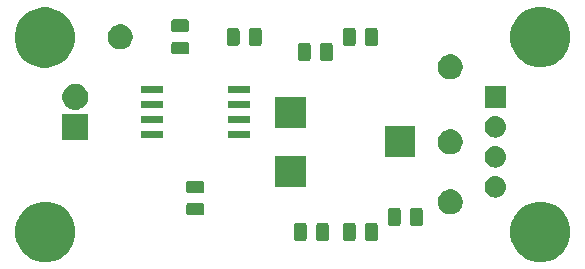
<source format=gbr>
G04 #@! TF.GenerationSoftware,KiCad,Pcbnew,(5.1.4)-1*
G04 #@! TF.CreationDate,2020-01-22T19:26:31-05:00*
G04 #@! TF.ProjectId,UniversalLM393,556e6976-6572-4736-916c-4c4d3339332e,rev?*
G04 #@! TF.SameCoordinates,Original*
G04 #@! TF.FileFunction,Soldermask,Top*
G04 #@! TF.FilePolarity,Negative*
%FSLAX46Y46*%
G04 Gerber Fmt 4.6, Leading zero omitted, Abs format (unit mm)*
G04 Created by KiCad (PCBNEW (5.1.4)-1) date 2020-01-22 19:26:31*
%MOMM*%
%LPD*%
G04 APERTURE LIST*
%ADD10C,0.100000*%
G04 APERTURE END LIST*
D10*
G36*
X172194098Y-100417033D02*
G01*
X172658350Y-100609332D01*
X172658352Y-100609333D01*
X173076168Y-100888509D01*
X173431491Y-101243832D01*
X173581493Y-101468326D01*
X173710668Y-101661650D01*
X173902967Y-102125902D01*
X174001000Y-102618747D01*
X174001000Y-103121253D01*
X173902967Y-103614098D01*
X173781093Y-103908329D01*
X173710667Y-104078352D01*
X173431491Y-104496168D01*
X173076168Y-104851491D01*
X172658352Y-105130667D01*
X172658351Y-105130668D01*
X172658350Y-105130668D01*
X172194098Y-105322967D01*
X171701253Y-105421000D01*
X171198747Y-105421000D01*
X170705902Y-105322967D01*
X170241650Y-105130668D01*
X170241649Y-105130668D01*
X170241648Y-105130667D01*
X169823832Y-104851491D01*
X169468509Y-104496168D01*
X169189333Y-104078352D01*
X169118907Y-103908329D01*
X168997033Y-103614098D01*
X168899000Y-103121253D01*
X168899000Y-102618747D01*
X168997033Y-102125902D01*
X169189332Y-101661650D01*
X169318507Y-101468326D01*
X169468509Y-101243832D01*
X169823832Y-100888509D01*
X170241648Y-100609333D01*
X170241650Y-100609332D01*
X170705902Y-100417033D01*
X171198747Y-100319000D01*
X171701253Y-100319000D01*
X172194098Y-100417033D01*
X172194098Y-100417033D01*
G37*
G36*
X130284098Y-100417033D02*
G01*
X130748350Y-100609332D01*
X130748352Y-100609333D01*
X131166168Y-100888509D01*
X131521491Y-101243832D01*
X131671493Y-101468326D01*
X131800668Y-101661650D01*
X131992967Y-102125902D01*
X132091000Y-102618747D01*
X132091000Y-103121253D01*
X131992967Y-103614098D01*
X131871093Y-103908329D01*
X131800667Y-104078352D01*
X131521491Y-104496168D01*
X131166168Y-104851491D01*
X130748352Y-105130667D01*
X130748351Y-105130668D01*
X130748350Y-105130668D01*
X130284098Y-105322967D01*
X129791253Y-105421000D01*
X129288747Y-105421000D01*
X128795902Y-105322967D01*
X128331650Y-105130668D01*
X128331649Y-105130668D01*
X128331648Y-105130667D01*
X127913832Y-104851491D01*
X127558509Y-104496168D01*
X127279333Y-104078352D01*
X127208907Y-103908329D01*
X127087033Y-103614098D01*
X126989000Y-103121253D01*
X126989000Y-102618747D01*
X127087033Y-102125902D01*
X127279332Y-101661650D01*
X127408507Y-101468326D01*
X127558509Y-101243832D01*
X127913832Y-100888509D01*
X128331648Y-100609333D01*
X128331650Y-100609332D01*
X128795902Y-100417033D01*
X129288747Y-100319000D01*
X129791253Y-100319000D01*
X130284098Y-100417033D01*
X130284098Y-100417033D01*
G37*
G36*
X153376968Y-102123565D02*
G01*
X153415638Y-102135296D01*
X153451277Y-102154346D01*
X153482517Y-102179983D01*
X153508154Y-102211223D01*
X153527204Y-102246862D01*
X153538935Y-102285532D01*
X153543500Y-102331888D01*
X153543500Y-103408112D01*
X153538935Y-103454468D01*
X153527204Y-103493138D01*
X153508154Y-103528777D01*
X153482517Y-103560017D01*
X153451277Y-103585654D01*
X153415638Y-103604704D01*
X153376968Y-103616435D01*
X153330612Y-103621000D01*
X152679388Y-103621000D01*
X152633032Y-103616435D01*
X152594362Y-103604704D01*
X152558723Y-103585654D01*
X152527483Y-103560017D01*
X152501846Y-103528777D01*
X152482796Y-103493138D01*
X152471065Y-103454468D01*
X152466500Y-103408112D01*
X152466500Y-102331888D01*
X152471065Y-102285532D01*
X152482796Y-102246862D01*
X152501846Y-102211223D01*
X152527483Y-102179983D01*
X152558723Y-102154346D01*
X152594362Y-102135296D01*
X152633032Y-102123565D01*
X152679388Y-102119000D01*
X153330612Y-102119000D01*
X153376968Y-102123565D01*
X153376968Y-102123565D01*
G37*
G36*
X157519468Y-102123565D02*
G01*
X157558138Y-102135296D01*
X157593777Y-102154346D01*
X157625017Y-102179983D01*
X157650654Y-102211223D01*
X157669704Y-102246862D01*
X157681435Y-102285532D01*
X157686000Y-102331888D01*
X157686000Y-103408112D01*
X157681435Y-103454468D01*
X157669704Y-103493138D01*
X157650654Y-103528777D01*
X157625017Y-103560017D01*
X157593777Y-103585654D01*
X157558138Y-103604704D01*
X157519468Y-103616435D01*
X157473112Y-103621000D01*
X156821888Y-103621000D01*
X156775532Y-103616435D01*
X156736862Y-103604704D01*
X156701223Y-103585654D01*
X156669983Y-103560017D01*
X156644346Y-103528777D01*
X156625296Y-103493138D01*
X156613565Y-103454468D01*
X156609000Y-103408112D01*
X156609000Y-102331888D01*
X156613565Y-102285532D01*
X156625296Y-102246862D01*
X156644346Y-102211223D01*
X156669983Y-102179983D01*
X156701223Y-102154346D01*
X156736862Y-102135296D01*
X156775532Y-102123565D01*
X156821888Y-102119000D01*
X157473112Y-102119000D01*
X157519468Y-102123565D01*
X157519468Y-102123565D01*
G37*
G36*
X155644468Y-102123565D02*
G01*
X155683138Y-102135296D01*
X155718777Y-102154346D01*
X155750017Y-102179983D01*
X155775654Y-102211223D01*
X155794704Y-102246862D01*
X155806435Y-102285532D01*
X155811000Y-102331888D01*
X155811000Y-103408112D01*
X155806435Y-103454468D01*
X155794704Y-103493138D01*
X155775654Y-103528777D01*
X155750017Y-103560017D01*
X155718777Y-103585654D01*
X155683138Y-103604704D01*
X155644468Y-103616435D01*
X155598112Y-103621000D01*
X154946888Y-103621000D01*
X154900532Y-103616435D01*
X154861862Y-103604704D01*
X154826223Y-103585654D01*
X154794983Y-103560017D01*
X154769346Y-103528777D01*
X154750296Y-103493138D01*
X154738565Y-103454468D01*
X154734000Y-103408112D01*
X154734000Y-102331888D01*
X154738565Y-102285532D01*
X154750296Y-102246862D01*
X154769346Y-102211223D01*
X154794983Y-102179983D01*
X154826223Y-102154346D01*
X154861862Y-102135296D01*
X154900532Y-102123565D01*
X154946888Y-102119000D01*
X155598112Y-102119000D01*
X155644468Y-102123565D01*
X155644468Y-102123565D01*
G37*
G36*
X151501968Y-102123565D02*
G01*
X151540638Y-102135296D01*
X151576277Y-102154346D01*
X151607517Y-102179983D01*
X151633154Y-102211223D01*
X151652204Y-102246862D01*
X151663935Y-102285532D01*
X151668500Y-102331888D01*
X151668500Y-103408112D01*
X151663935Y-103454468D01*
X151652204Y-103493138D01*
X151633154Y-103528777D01*
X151607517Y-103560017D01*
X151576277Y-103585654D01*
X151540638Y-103604704D01*
X151501968Y-103616435D01*
X151455612Y-103621000D01*
X150804388Y-103621000D01*
X150758032Y-103616435D01*
X150719362Y-103604704D01*
X150683723Y-103585654D01*
X150652483Y-103560017D01*
X150626846Y-103528777D01*
X150607796Y-103493138D01*
X150596065Y-103454468D01*
X150591500Y-103408112D01*
X150591500Y-102331888D01*
X150596065Y-102285532D01*
X150607796Y-102246862D01*
X150626846Y-102211223D01*
X150652483Y-102179983D01*
X150683723Y-102154346D01*
X150719362Y-102135296D01*
X150758032Y-102123565D01*
X150804388Y-102119000D01*
X151455612Y-102119000D01*
X151501968Y-102123565D01*
X151501968Y-102123565D01*
G37*
G36*
X161329468Y-100853565D02*
G01*
X161368138Y-100865296D01*
X161403777Y-100884346D01*
X161435017Y-100909983D01*
X161460654Y-100941223D01*
X161479704Y-100976862D01*
X161491435Y-101015532D01*
X161496000Y-101061888D01*
X161496000Y-102138112D01*
X161491435Y-102184468D01*
X161479704Y-102223138D01*
X161460654Y-102258777D01*
X161435017Y-102290017D01*
X161403777Y-102315654D01*
X161368138Y-102334704D01*
X161329468Y-102346435D01*
X161283112Y-102351000D01*
X160631888Y-102351000D01*
X160585532Y-102346435D01*
X160546862Y-102334704D01*
X160511223Y-102315654D01*
X160479983Y-102290017D01*
X160454346Y-102258777D01*
X160435296Y-102223138D01*
X160423565Y-102184468D01*
X160419000Y-102138112D01*
X160419000Y-101061888D01*
X160423565Y-101015532D01*
X160435296Y-100976862D01*
X160454346Y-100941223D01*
X160479983Y-100909983D01*
X160511223Y-100884346D01*
X160546862Y-100865296D01*
X160585532Y-100853565D01*
X160631888Y-100849000D01*
X161283112Y-100849000D01*
X161329468Y-100853565D01*
X161329468Y-100853565D01*
G37*
G36*
X159454468Y-100853565D02*
G01*
X159493138Y-100865296D01*
X159528777Y-100884346D01*
X159560017Y-100909983D01*
X159585654Y-100941223D01*
X159604704Y-100976862D01*
X159616435Y-101015532D01*
X159621000Y-101061888D01*
X159621000Y-102138112D01*
X159616435Y-102184468D01*
X159604704Y-102223138D01*
X159585654Y-102258777D01*
X159560017Y-102290017D01*
X159528777Y-102315654D01*
X159493138Y-102334704D01*
X159454468Y-102346435D01*
X159408112Y-102351000D01*
X158756888Y-102351000D01*
X158710532Y-102346435D01*
X158671862Y-102334704D01*
X158636223Y-102315654D01*
X158604983Y-102290017D01*
X158579346Y-102258777D01*
X158560296Y-102223138D01*
X158548565Y-102184468D01*
X158544000Y-102138112D01*
X158544000Y-101061888D01*
X158548565Y-101015532D01*
X158560296Y-100976862D01*
X158579346Y-100941223D01*
X158604983Y-100909983D01*
X158636223Y-100884346D01*
X158671862Y-100865296D01*
X158710532Y-100853565D01*
X158756888Y-100849000D01*
X159408112Y-100849000D01*
X159454468Y-100853565D01*
X159454468Y-100853565D01*
G37*
G36*
X142824468Y-100401065D02*
G01*
X142863138Y-100412796D01*
X142898777Y-100431846D01*
X142930017Y-100457483D01*
X142955654Y-100488723D01*
X142974704Y-100524362D01*
X142986435Y-100563032D01*
X142991000Y-100609388D01*
X142991000Y-101260612D01*
X142986435Y-101306968D01*
X142974704Y-101345638D01*
X142955654Y-101381277D01*
X142930017Y-101412517D01*
X142898777Y-101438154D01*
X142863138Y-101457204D01*
X142824468Y-101468935D01*
X142778112Y-101473500D01*
X141701888Y-101473500D01*
X141655532Y-101468935D01*
X141616862Y-101457204D01*
X141581223Y-101438154D01*
X141549983Y-101412517D01*
X141524346Y-101381277D01*
X141505296Y-101345638D01*
X141493565Y-101306968D01*
X141489000Y-101260612D01*
X141489000Y-100609388D01*
X141493565Y-100563032D01*
X141505296Y-100524362D01*
X141524346Y-100488723D01*
X141549983Y-100457483D01*
X141581223Y-100431846D01*
X141616862Y-100412796D01*
X141655532Y-100401065D01*
X141701888Y-100396500D01*
X142778112Y-100396500D01*
X142824468Y-100401065D01*
X142824468Y-100401065D01*
G37*
G36*
X164136564Y-99319389D02*
G01*
X164327833Y-99398615D01*
X164327835Y-99398616D01*
X164499973Y-99513635D01*
X164646365Y-99660027D01*
X164748431Y-99812779D01*
X164761385Y-99832167D01*
X164840611Y-100023436D01*
X164881000Y-100226484D01*
X164881000Y-100433516D01*
X164840611Y-100636564D01*
X164780630Y-100781371D01*
X164761384Y-100827835D01*
X164646365Y-100999973D01*
X164499973Y-101146365D01*
X164327835Y-101261384D01*
X164327834Y-101261385D01*
X164327833Y-101261385D01*
X164136564Y-101340611D01*
X163933516Y-101381000D01*
X163726484Y-101381000D01*
X163523436Y-101340611D01*
X163332167Y-101261385D01*
X163332166Y-101261385D01*
X163332165Y-101261384D01*
X163160027Y-101146365D01*
X163013635Y-100999973D01*
X162898616Y-100827835D01*
X162879370Y-100781371D01*
X162819389Y-100636564D01*
X162779000Y-100433516D01*
X162779000Y-100226484D01*
X162819389Y-100023436D01*
X162898615Y-99832167D01*
X162911570Y-99812779D01*
X163013635Y-99660027D01*
X163160027Y-99513635D01*
X163332165Y-99398616D01*
X163332167Y-99398615D01*
X163523436Y-99319389D01*
X163726484Y-99279000D01*
X163933516Y-99279000D01*
X164136564Y-99319389D01*
X164136564Y-99319389D01*
G37*
G36*
X167750443Y-98165519D02*
G01*
X167816627Y-98172037D01*
X167986466Y-98223557D01*
X168142991Y-98307222D01*
X168178729Y-98336552D01*
X168280186Y-98419814D01*
X168363448Y-98521271D01*
X168392778Y-98557009D01*
X168476443Y-98713534D01*
X168527963Y-98883373D01*
X168545359Y-99060000D01*
X168527963Y-99236627D01*
X168476443Y-99406466D01*
X168392778Y-99562991D01*
X168367383Y-99593935D01*
X168280186Y-99700186D01*
X168178729Y-99783448D01*
X168142991Y-99812778D01*
X167986466Y-99896443D01*
X167816627Y-99947963D01*
X167750443Y-99954481D01*
X167684260Y-99961000D01*
X167595740Y-99961000D01*
X167529557Y-99954481D01*
X167463373Y-99947963D01*
X167293534Y-99896443D01*
X167137009Y-99812778D01*
X167101271Y-99783448D01*
X166999814Y-99700186D01*
X166912617Y-99593935D01*
X166887222Y-99562991D01*
X166803557Y-99406466D01*
X166752037Y-99236627D01*
X166734641Y-99060000D01*
X166752037Y-98883373D01*
X166803557Y-98713534D01*
X166887222Y-98557009D01*
X166916552Y-98521271D01*
X166999814Y-98419814D01*
X167101271Y-98336552D01*
X167137009Y-98307222D01*
X167293534Y-98223557D01*
X167463373Y-98172037D01*
X167529557Y-98165519D01*
X167595740Y-98159000D01*
X167684260Y-98159000D01*
X167750443Y-98165519D01*
X167750443Y-98165519D01*
G37*
G36*
X142824468Y-98526065D02*
G01*
X142863138Y-98537796D01*
X142898777Y-98556846D01*
X142930017Y-98582483D01*
X142955654Y-98613723D01*
X142974704Y-98649362D01*
X142986435Y-98688032D01*
X142991000Y-98734388D01*
X142991000Y-99385612D01*
X142986435Y-99431968D01*
X142974704Y-99470638D01*
X142955654Y-99506277D01*
X142930017Y-99537517D01*
X142898777Y-99563154D01*
X142863138Y-99582204D01*
X142824468Y-99593935D01*
X142778112Y-99598500D01*
X141701888Y-99598500D01*
X141655532Y-99593935D01*
X141616862Y-99582204D01*
X141581223Y-99563154D01*
X141549983Y-99537517D01*
X141524346Y-99506277D01*
X141505296Y-99470638D01*
X141493565Y-99431968D01*
X141489000Y-99385612D01*
X141489000Y-98734388D01*
X141493565Y-98688032D01*
X141505296Y-98649362D01*
X141524346Y-98613723D01*
X141549983Y-98582483D01*
X141581223Y-98556846D01*
X141616862Y-98537796D01*
X141655532Y-98526065D01*
X141701888Y-98521500D01*
X142778112Y-98521500D01*
X142824468Y-98526065D01*
X142824468Y-98526065D01*
G37*
G36*
X151616000Y-99051000D02*
G01*
X149014000Y-99051000D01*
X149014000Y-96449000D01*
X151616000Y-96449000D01*
X151616000Y-99051000D01*
X151616000Y-99051000D01*
G37*
G36*
X167750442Y-95625518D02*
G01*
X167816627Y-95632037D01*
X167986466Y-95683557D01*
X168142991Y-95767222D01*
X168178729Y-95796552D01*
X168280186Y-95879814D01*
X168363448Y-95981271D01*
X168392778Y-96017009D01*
X168476443Y-96173534D01*
X168527963Y-96343373D01*
X168545359Y-96520000D01*
X168527963Y-96696627D01*
X168476443Y-96866466D01*
X168392778Y-97022991D01*
X168363448Y-97058729D01*
X168280186Y-97160186D01*
X168178729Y-97243448D01*
X168142991Y-97272778D01*
X167986466Y-97356443D01*
X167816627Y-97407963D01*
X167750442Y-97414482D01*
X167684260Y-97421000D01*
X167595740Y-97421000D01*
X167529558Y-97414482D01*
X167463373Y-97407963D01*
X167293534Y-97356443D01*
X167137009Y-97272778D01*
X167101271Y-97243448D01*
X166999814Y-97160186D01*
X166916552Y-97058729D01*
X166887222Y-97022991D01*
X166803557Y-96866466D01*
X166752037Y-96696627D01*
X166734641Y-96520000D01*
X166752037Y-96343373D01*
X166803557Y-96173534D01*
X166887222Y-96017009D01*
X166916552Y-95981271D01*
X166999814Y-95879814D01*
X167101271Y-95796552D01*
X167137009Y-95767222D01*
X167293534Y-95683557D01*
X167463373Y-95632037D01*
X167529558Y-95625518D01*
X167595740Y-95619000D01*
X167684260Y-95619000D01*
X167750442Y-95625518D01*
X167750442Y-95625518D01*
G37*
G36*
X160866000Y-96551000D02*
G01*
X158264000Y-96551000D01*
X158264000Y-93949000D01*
X160866000Y-93949000D01*
X160866000Y-96551000D01*
X160866000Y-96551000D01*
G37*
G36*
X164136564Y-94239389D02*
G01*
X164327833Y-94318615D01*
X164327835Y-94318616D01*
X164499973Y-94433635D01*
X164646365Y-94580027D01*
X164748431Y-94732779D01*
X164761385Y-94752167D01*
X164840611Y-94943436D01*
X164881000Y-95146484D01*
X164881000Y-95353516D01*
X164840611Y-95556564D01*
X164761385Y-95747833D01*
X164761384Y-95747835D01*
X164646365Y-95919973D01*
X164499973Y-96066365D01*
X164327835Y-96181384D01*
X164327834Y-96181385D01*
X164327833Y-96181385D01*
X164136564Y-96260611D01*
X163933516Y-96301000D01*
X163726484Y-96301000D01*
X163523436Y-96260611D01*
X163332167Y-96181385D01*
X163332166Y-96181385D01*
X163332165Y-96181384D01*
X163160027Y-96066365D01*
X163013635Y-95919973D01*
X162898616Y-95747835D01*
X162898615Y-95747833D01*
X162819389Y-95556564D01*
X162779000Y-95353516D01*
X162779000Y-95146484D01*
X162819389Y-94943436D01*
X162898615Y-94752167D01*
X162911570Y-94732779D01*
X163013635Y-94580027D01*
X163160027Y-94433635D01*
X163332165Y-94318616D01*
X163332167Y-94318615D01*
X163523436Y-94239389D01*
X163726484Y-94199000D01*
X163933516Y-94199000D01*
X164136564Y-94239389D01*
X164136564Y-94239389D01*
G37*
G36*
X133181000Y-95081000D02*
G01*
X130979000Y-95081000D01*
X130979000Y-92879000D01*
X133181000Y-92879000D01*
X133181000Y-95081000D01*
X133181000Y-95081000D01*
G37*
G36*
X146866000Y-94941000D02*
G01*
X145014000Y-94941000D01*
X145014000Y-94289000D01*
X146866000Y-94289000D01*
X146866000Y-94941000D01*
X146866000Y-94941000D01*
G37*
G36*
X139466000Y-94941000D02*
G01*
X137614000Y-94941000D01*
X137614000Y-94289000D01*
X139466000Y-94289000D01*
X139466000Y-94941000D01*
X139466000Y-94941000D01*
G37*
G36*
X167750443Y-93085519D02*
G01*
X167816627Y-93092037D01*
X167986466Y-93143557D01*
X168142991Y-93227222D01*
X168178729Y-93256552D01*
X168280186Y-93339814D01*
X168363448Y-93441271D01*
X168392778Y-93477009D01*
X168476443Y-93633534D01*
X168527963Y-93803373D01*
X168545359Y-93980000D01*
X168527963Y-94156627D01*
X168476443Y-94326466D01*
X168392778Y-94482991D01*
X168363448Y-94518729D01*
X168280186Y-94620186D01*
X168178729Y-94703448D01*
X168142991Y-94732778D01*
X167986466Y-94816443D01*
X167816627Y-94867963D01*
X167750443Y-94874481D01*
X167684260Y-94881000D01*
X167595740Y-94881000D01*
X167529557Y-94874481D01*
X167463373Y-94867963D01*
X167293534Y-94816443D01*
X167137009Y-94732778D01*
X167101271Y-94703448D01*
X166999814Y-94620186D01*
X166916552Y-94518729D01*
X166887222Y-94482991D01*
X166803557Y-94326466D01*
X166752037Y-94156627D01*
X166734641Y-93980000D01*
X166752037Y-93803373D01*
X166803557Y-93633534D01*
X166887222Y-93477009D01*
X166916552Y-93441271D01*
X166999814Y-93339814D01*
X167101271Y-93256552D01*
X167137009Y-93227222D01*
X167293534Y-93143557D01*
X167463373Y-93092037D01*
X167529557Y-93085519D01*
X167595740Y-93079000D01*
X167684260Y-93079000D01*
X167750443Y-93085519D01*
X167750443Y-93085519D01*
G37*
G36*
X151616000Y-94051000D02*
G01*
X149014000Y-94051000D01*
X149014000Y-91449000D01*
X151616000Y-91449000D01*
X151616000Y-94051000D01*
X151616000Y-94051000D01*
G37*
G36*
X139466000Y-93671000D02*
G01*
X137614000Y-93671000D01*
X137614000Y-93019000D01*
X139466000Y-93019000D01*
X139466000Y-93671000D01*
X139466000Y-93671000D01*
G37*
G36*
X146866000Y-93671000D02*
G01*
X145014000Y-93671000D01*
X145014000Y-93019000D01*
X146866000Y-93019000D01*
X146866000Y-93671000D01*
X146866000Y-93671000D01*
G37*
G36*
X132294795Y-90360156D02*
G01*
X132401150Y-90381311D01*
X132601520Y-90464307D01*
X132781844Y-90584795D01*
X132935205Y-90738156D01*
X133055693Y-90918480D01*
X133138689Y-91118851D01*
X133181000Y-91331560D01*
X133181000Y-91548440D01*
X133138689Y-91761149D01*
X133055693Y-91961520D01*
X132935205Y-92141844D01*
X132781844Y-92295205D01*
X132601520Y-92415693D01*
X132401150Y-92498689D01*
X132294795Y-92519844D01*
X132188440Y-92541000D01*
X131971560Y-92541000D01*
X131865205Y-92519844D01*
X131758850Y-92498689D01*
X131658666Y-92457191D01*
X131558480Y-92415693D01*
X131378156Y-92295205D01*
X131224795Y-92141844D01*
X131104307Y-91961520D01*
X131021311Y-91761149D01*
X130979000Y-91548440D01*
X130979000Y-91331560D01*
X131021311Y-91118851D01*
X131104307Y-90918480D01*
X131224795Y-90738156D01*
X131378156Y-90584795D01*
X131558480Y-90464307D01*
X131658666Y-90422809D01*
X131758850Y-90381311D01*
X131865205Y-90360156D01*
X131971560Y-90339000D01*
X132188440Y-90339000D01*
X132294795Y-90360156D01*
X132294795Y-90360156D01*
G37*
G36*
X146866000Y-92401000D02*
G01*
X145014000Y-92401000D01*
X145014000Y-91749000D01*
X146866000Y-91749000D01*
X146866000Y-92401000D01*
X146866000Y-92401000D01*
G37*
G36*
X139466000Y-92401000D02*
G01*
X137614000Y-92401000D01*
X137614000Y-91749000D01*
X139466000Y-91749000D01*
X139466000Y-92401000D01*
X139466000Y-92401000D01*
G37*
G36*
X168541000Y-92341000D02*
G01*
X166739000Y-92341000D01*
X166739000Y-90539000D01*
X168541000Y-90539000D01*
X168541000Y-92341000D01*
X168541000Y-92341000D01*
G37*
G36*
X146866000Y-91131000D02*
G01*
X145014000Y-91131000D01*
X145014000Y-90479000D01*
X146866000Y-90479000D01*
X146866000Y-91131000D01*
X146866000Y-91131000D01*
G37*
G36*
X139466000Y-91131000D02*
G01*
X137614000Y-91131000D01*
X137614000Y-90479000D01*
X139466000Y-90479000D01*
X139466000Y-91131000D01*
X139466000Y-91131000D01*
G37*
G36*
X164136564Y-87889389D02*
G01*
X164327833Y-87968615D01*
X164327835Y-87968616D01*
X164499973Y-88083635D01*
X164646365Y-88230027D01*
X164744192Y-88376435D01*
X164761385Y-88402167D01*
X164840611Y-88593436D01*
X164881000Y-88796484D01*
X164881000Y-89003516D01*
X164840611Y-89206564D01*
X164761385Y-89397833D01*
X164761384Y-89397835D01*
X164646365Y-89569973D01*
X164499973Y-89716365D01*
X164327835Y-89831384D01*
X164327834Y-89831385D01*
X164327833Y-89831385D01*
X164136564Y-89910611D01*
X163933516Y-89951000D01*
X163726484Y-89951000D01*
X163523436Y-89910611D01*
X163332167Y-89831385D01*
X163332166Y-89831385D01*
X163332165Y-89831384D01*
X163160027Y-89716365D01*
X163013635Y-89569973D01*
X162898616Y-89397835D01*
X162898615Y-89397833D01*
X162819389Y-89206564D01*
X162779000Y-89003516D01*
X162779000Y-88796484D01*
X162819389Y-88593436D01*
X162898615Y-88402167D01*
X162915809Y-88376435D01*
X163013635Y-88230027D01*
X163160027Y-88083635D01*
X163332165Y-87968616D01*
X163332167Y-87968615D01*
X163523436Y-87889389D01*
X163726484Y-87849000D01*
X163933516Y-87849000D01*
X164136564Y-87889389D01*
X164136564Y-87889389D01*
G37*
G36*
X130228273Y-83962858D02*
G01*
X130692525Y-84155157D01*
X130692527Y-84155158D01*
X131110343Y-84434334D01*
X131465666Y-84789657D01*
X131636668Y-85045580D01*
X131744843Y-85207475D01*
X131937142Y-85671727D01*
X132035175Y-86164572D01*
X132035175Y-86667078D01*
X131937142Y-87159923D01*
X131750674Y-87610098D01*
X131744842Y-87624177D01*
X131465666Y-88041993D01*
X131110343Y-88397316D01*
X130692527Y-88676492D01*
X130692526Y-88676493D01*
X130692525Y-88676493D01*
X130228273Y-88868792D01*
X129735428Y-88966825D01*
X129232922Y-88966825D01*
X128740077Y-88868792D01*
X128275825Y-88676493D01*
X128275824Y-88676493D01*
X128275823Y-88676492D01*
X127858007Y-88397316D01*
X127502684Y-88041993D01*
X127223508Y-87624177D01*
X127217676Y-87610098D01*
X127031208Y-87159923D01*
X126933175Y-86667078D01*
X126933175Y-86164572D01*
X127031208Y-85671727D01*
X127223507Y-85207475D01*
X127331682Y-85045580D01*
X127502684Y-84789657D01*
X127858007Y-84434334D01*
X128275823Y-84155158D01*
X128275825Y-84155157D01*
X128740077Y-83962858D01*
X129232922Y-83864825D01*
X129735428Y-83864825D01*
X130228273Y-83962858D01*
X130228273Y-83962858D01*
G37*
G36*
X172194098Y-83907033D02*
G01*
X172635398Y-84089825D01*
X172658352Y-84099333D01*
X173076168Y-84378509D01*
X173431491Y-84733832D01*
X173710667Y-85151648D01*
X173710668Y-85151650D01*
X173902967Y-85615902D01*
X174001000Y-86108747D01*
X174001000Y-86611253D01*
X173902967Y-87104098D01*
X173792574Y-87370610D01*
X173710667Y-87568352D01*
X173431491Y-87986168D01*
X173076168Y-88341491D01*
X172658352Y-88620667D01*
X172658351Y-88620668D01*
X172658350Y-88620668D01*
X172194098Y-88812967D01*
X171701253Y-88911000D01*
X171198747Y-88911000D01*
X170705902Y-88812967D01*
X170241650Y-88620668D01*
X170241649Y-88620668D01*
X170241648Y-88620667D01*
X169823832Y-88341491D01*
X169468509Y-87986168D01*
X169189333Y-87568352D01*
X169107426Y-87370610D01*
X168997033Y-87104098D01*
X168899000Y-86611253D01*
X168899000Y-86108747D01*
X168997033Y-85615902D01*
X169189332Y-85151650D01*
X169189333Y-85151648D01*
X169468509Y-84733832D01*
X169823832Y-84378509D01*
X170241648Y-84099333D01*
X170264602Y-84089825D01*
X170705902Y-83907033D01*
X171198747Y-83809000D01*
X171701253Y-83809000D01*
X172194098Y-83907033D01*
X172194098Y-83907033D01*
G37*
G36*
X151834468Y-86883565D02*
G01*
X151873138Y-86895296D01*
X151908777Y-86914346D01*
X151940017Y-86939983D01*
X151965654Y-86971223D01*
X151984704Y-87006862D01*
X151996435Y-87045532D01*
X152001000Y-87091888D01*
X152001000Y-88168112D01*
X151996435Y-88214468D01*
X151984704Y-88253138D01*
X151965654Y-88288777D01*
X151940017Y-88320017D01*
X151908777Y-88345654D01*
X151873138Y-88364704D01*
X151834468Y-88376435D01*
X151788112Y-88381000D01*
X151136888Y-88381000D01*
X151090532Y-88376435D01*
X151051862Y-88364704D01*
X151016223Y-88345654D01*
X150984983Y-88320017D01*
X150959346Y-88288777D01*
X150940296Y-88253138D01*
X150928565Y-88214468D01*
X150924000Y-88168112D01*
X150924000Y-87091888D01*
X150928565Y-87045532D01*
X150940296Y-87006862D01*
X150959346Y-86971223D01*
X150984983Y-86939983D01*
X151016223Y-86914346D01*
X151051862Y-86895296D01*
X151090532Y-86883565D01*
X151136888Y-86879000D01*
X151788112Y-86879000D01*
X151834468Y-86883565D01*
X151834468Y-86883565D01*
G37*
G36*
X153709468Y-86883565D02*
G01*
X153748138Y-86895296D01*
X153783777Y-86914346D01*
X153815017Y-86939983D01*
X153840654Y-86971223D01*
X153859704Y-87006862D01*
X153871435Y-87045532D01*
X153876000Y-87091888D01*
X153876000Y-88168112D01*
X153871435Y-88214468D01*
X153859704Y-88253138D01*
X153840654Y-88288777D01*
X153815017Y-88320017D01*
X153783777Y-88345654D01*
X153748138Y-88364704D01*
X153709468Y-88376435D01*
X153663112Y-88381000D01*
X153011888Y-88381000D01*
X152965532Y-88376435D01*
X152926862Y-88364704D01*
X152891223Y-88345654D01*
X152859983Y-88320017D01*
X152834346Y-88288777D01*
X152815296Y-88253138D01*
X152803565Y-88214468D01*
X152799000Y-88168112D01*
X152799000Y-87091888D01*
X152803565Y-87045532D01*
X152815296Y-87006862D01*
X152834346Y-86971223D01*
X152859983Y-86939983D01*
X152891223Y-86914346D01*
X152926862Y-86895296D01*
X152965532Y-86883565D01*
X153011888Y-86879000D01*
X153663112Y-86879000D01*
X153709468Y-86883565D01*
X153709468Y-86883565D01*
G37*
G36*
X141554468Y-86763565D02*
G01*
X141593138Y-86775296D01*
X141628777Y-86794346D01*
X141660017Y-86819983D01*
X141685654Y-86851223D01*
X141704704Y-86886862D01*
X141716435Y-86925532D01*
X141721000Y-86971888D01*
X141721000Y-87623112D01*
X141716435Y-87669468D01*
X141704704Y-87708138D01*
X141685654Y-87743777D01*
X141660017Y-87775017D01*
X141628777Y-87800654D01*
X141593138Y-87819704D01*
X141554468Y-87831435D01*
X141508112Y-87836000D01*
X140431888Y-87836000D01*
X140385532Y-87831435D01*
X140346862Y-87819704D01*
X140311223Y-87800654D01*
X140279983Y-87775017D01*
X140254346Y-87743777D01*
X140235296Y-87708138D01*
X140223565Y-87669468D01*
X140219000Y-87623112D01*
X140219000Y-86971888D01*
X140223565Y-86925532D01*
X140235296Y-86886862D01*
X140254346Y-86851223D01*
X140279983Y-86819983D01*
X140311223Y-86794346D01*
X140346862Y-86775296D01*
X140385532Y-86763565D01*
X140431888Y-86759000D01*
X141508112Y-86759000D01*
X141554468Y-86763565D01*
X141554468Y-86763565D01*
G37*
G36*
X136196564Y-85349389D02*
G01*
X136387833Y-85428615D01*
X136387835Y-85428616D01*
X136559973Y-85543635D01*
X136706365Y-85690027D01*
X136801989Y-85833138D01*
X136821385Y-85862167D01*
X136900611Y-86053436D01*
X136941000Y-86256484D01*
X136941000Y-86463516D01*
X136900611Y-86666564D01*
X136824123Y-86851223D01*
X136821384Y-86857835D01*
X136706365Y-87029973D01*
X136559973Y-87176365D01*
X136387835Y-87291384D01*
X136387834Y-87291385D01*
X136387833Y-87291385D01*
X136196564Y-87370611D01*
X135993516Y-87411000D01*
X135786484Y-87411000D01*
X135583436Y-87370611D01*
X135392167Y-87291385D01*
X135392166Y-87291385D01*
X135392165Y-87291384D01*
X135220027Y-87176365D01*
X135073635Y-87029973D01*
X134958616Y-86857835D01*
X134955877Y-86851223D01*
X134879389Y-86666564D01*
X134839000Y-86463516D01*
X134839000Y-86256484D01*
X134879389Y-86053436D01*
X134958615Y-85862167D01*
X134978012Y-85833138D01*
X135073635Y-85690027D01*
X135220027Y-85543635D01*
X135392165Y-85428616D01*
X135392167Y-85428615D01*
X135583436Y-85349389D01*
X135786484Y-85309000D01*
X135993516Y-85309000D01*
X136196564Y-85349389D01*
X136196564Y-85349389D01*
G37*
G36*
X155644468Y-85613565D02*
G01*
X155683138Y-85625296D01*
X155718777Y-85644346D01*
X155750017Y-85669983D01*
X155775654Y-85701223D01*
X155794704Y-85736862D01*
X155806435Y-85775532D01*
X155811000Y-85821888D01*
X155811000Y-86898112D01*
X155806435Y-86944468D01*
X155794704Y-86983138D01*
X155775654Y-87018777D01*
X155750017Y-87050017D01*
X155718777Y-87075654D01*
X155683138Y-87094704D01*
X155644468Y-87106435D01*
X155598112Y-87111000D01*
X154946888Y-87111000D01*
X154900532Y-87106435D01*
X154861862Y-87094704D01*
X154826223Y-87075654D01*
X154794983Y-87050017D01*
X154769346Y-87018777D01*
X154750296Y-86983138D01*
X154738565Y-86944468D01*
X154734000Y-86898112D01*
X154734000Y-85821888D01*
X154738565Y-85775532D01*
X154750296Y-85736862D01*
X154769346Y-85701223D01*
X154794983Y-85669983D01*
X154826223Y-85644346D01*
X154861862Y-85625296D01*
X154900532Y-85613565D01*
X154946888Y-85609000D01*
X155598112Y-85609000D01*
X155644468Y-85613565D01*
X155644468Y-85613565D01*
G37*
G36*
X147691968Y-85613565D02*
G01*
X147730638Y-85625296D01*
X147766277Y-85644346D01*
X147797517Y-85669983D01*
X147823154Y-85701223D01*
X147842204Y-85736862D01*
X147853935Y-85775532D01*
X147858500Y-85821888D01*
X147858500Y-86898112D01*
X147853935Y-86944468D01*
X147842204Y-86983138D01*
X147823154Y-87018777D01*
X147797517Y-87050017D01*
X147766277Y-87075654D01*
X147730638Y-87094704D01*
X147691968Y-87106435D01*
X147645612Y-87111000D01*
X146994388Y-87111000D01*
X146948032Y-87106435D01*
X146909362Y-87094704D01*
X146873723Y-87075654D01*
X146842483Y-87050017D01*
X146816846Y-87018777D01*
X146797796Y-86983138D01*
X146786065Y-86944468D01*
X146781500Y-86898112D01*
X146781500Y-85821888D01*
X146786065Y-85775532D01*
X146797796Y-85736862D01*
X146816846Y-85701223D01*
X146842483Y-85669983D01*
X146873723Y-85644346D01*
X146909362Y-85625296D01*
X146948032Y-85613565D01*
X146994388Y-85609000D01*
X147645612Y-85609000D01*
X147691968Y-85613565D01*
X147691968Y-85613565D01*
G37*
G36*
X145816968Y-85613565D02*
G01*
X145855638Y-85625296D01*
X145891277Y-85644346D01*
X145922517Y-85669983D01*
X145948154Y-85701223D01*
X145967204Y-85736862D01*
X145978935Y-85775532D01*
X145983500Y-85821888D01*
X145983500Y-86898112D01*
X145978935Y-86944468D01*
X145967204Y-86983138D01*
X145948154Y-87018777D01*
X145922517Y-87050017D01*
X145891277Y-87075654D01*
X145855638Y-87094704D01*
X145816968Y-87106435D01*
X145770612Y-87111000D01*
X145119388Y-87111000D01*
X145073032Y-87106435D01*
X145034362Y-87094704D01*
X144998723Y-87075654D01*
X144967483Y-87050017D01*
X144941846Y-87018777D01*
X144922796Y-86983138D01*
X144911065Y-86944468D01*
X144906500Y-86898112D01*
X144906500Y-85821888D01*
X144911065Y-85775532D01*
X144922796Y-85736862D01*
X144941846Y-85701223D01*
X144967483Y-85669983D01*
X144998723Y-85644346D01*
X145034362Y-85625296D01*
X145073032Y-85613565D01*
X145119388Y-85609000D01*
X145770612Y-85609000D01*
X145816968Y-85613565D01*
X145816968Y-85613565D01*
G37*
G36*
X157519468Y-85613565D02*
G01*
X157558138Y-85625296D01*
X157593777Y-85644346D01*
X157625017Y-85669983D01*
X157650654Y-85701223D01*
X157669704Y-85736862D01*
X157681435Y-85775532D01*
X157686000Y-85821888D01*
X157686000Y-86898112D01*
X157681435Y-86944468D01*
X157669704Y-86983138D01*
X157650654Y-87018777D01*
X157625017Y-87050017D01*
X157593777Y-87075654D01*
X157558138Y-87094704D01*
X157519468Y-87106435D01*
X157473112Y-87111000D01*
X156821888Y-87111000D01*
X156775532Y-87106435D01*
X156736862Y-87094704D01*
X156701223Y-87075654D01*
X156669983Y-87050017D01*
X156644346Y-87018777D01*
X156625296Y-86983138D01*
X156613565Y-86944468D01*
X156609000Y-86898112D01*
X156609000Y-85821888D01*
X156613565Y-85775532D01*
X156625296Y-85736862D01*
X156644346Y-85701223D01*
X156669983Y-85669983D01*
X156701223Y-85644346D01*
X156736862Y-85625296D01*
X156775532Y-85613565D01*
X156821888Y-85609000D01*
X157473112Y-85609000D01*
X157519468Y-85613565D01*
X157519468Y-85613565D01*
G37*
G36*
X141554468Y-84888565D02*
G01*
X141593138Y-84900296D01*
X141628777Y-84919346D01*
X141660017Y-84944983D01*
X141685654Y-84976223D01*
X141704704Y-85011862D01*
X141716435Y-85050532D01*
X141721000Y-85096888D01*
X141721000Y-85748112D01*
X141716435Y-85794468D01*
X141704704Y-85833138D01*
X141685654Y-85868777D01*
X141660017Y-85900017D01*
X141628777Y-85925654D01*
X141593138Y-85944704D01*
X141554468Y-85956435D01*
X141508112Y-85961000D01*
X140431888Y-85961000D01*
X140385532Y-85956435D01*
X140346862Y-85944704D01*
X140311223Y-85925654D01*
X140279983Y-85900017D01*
X140254346Y-85868777D01*
X140235296Y-85833138D01*
X140223565Y-85794468D01*
X140219000Y-85748112D01*
X140219000Y-85096888D01*
X140223565Y-85050532D01*
X140235296Y-85011862D01*
X140254346Y-84976223D01*
X140279983Y-84944983D01*
X140311223Y-84919346D01*
X140346862Y-84900296D01*
X140385532Y-84888565D01*
X140431888Y-84884000D01*
X141508112Y-84884000D01*
X141554468Y-84888565D01*
X141554468Y-84888565D01*
G37*
M02*

</source>
